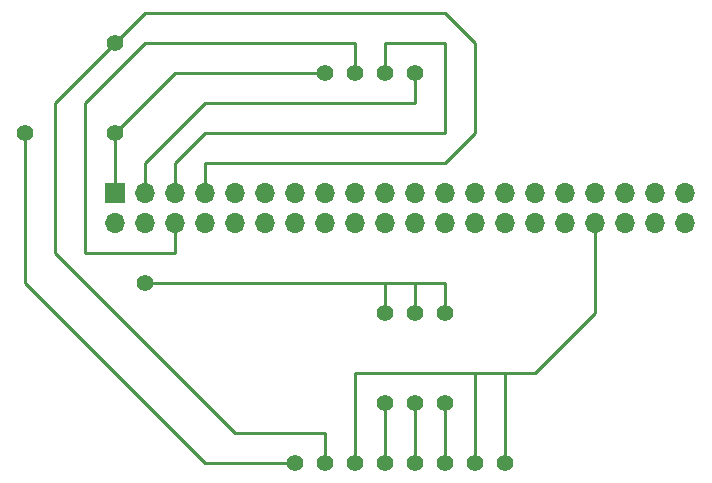
<source format=gbr>
%TF.GenerationSoftware,KiCad,Pcbnew,7.0.7*%
%TF.CreationDate,2023-12-05T07:46:16-07:00*%
%TF.ProjectId,kicad,6b696361-642e-46b6-9963-61645f706362,rev?*%
%TF.SameCoordinates,Original*%
%TF.FileFunction,Copper,L1,Top*%
%TF.FilePolarity,Positive*%
%FSLAX46Y46*%
G04 Gerber Fmt 4.6, Leading zero omitted, Abs format (unit mm)*
G04 Created by KiCad (PCBNEW 7.0.7) date 2023-12-05 07:46:16*
%MOMM*%
%LPD*%
G01*
G04 APERTURE LIST*
%TA.AperFunction,ComponentPad*%
%ADD10C,1.400000*%
%TD*%
%TA.AperFunction,ComponentPad*%
%ADD11R,1.700000X1.700000*%
%TD*%
%TA.AperFunction,ComponentPad*%
%ADD12O,1.700000X1.700000*%
%TD*%
%TA.AperFunction,Conductor*%
%ADD13C,0.248920*%
%TD*%
G04 APERTURE END LIST*
D10*
%TO.P,1,1*%
%TO.N,N/C*%
X134620000Y-119380000D03*
%TD*%
%TO.P,1,1*%
%TO.N,N/C*%
X139700000Y-106680000D03*
%TD*%
%TO.P,1,1*%
%TO.N,N/C*%
X144780000Y-119380000D03*
%TD*%
%TO.P,1,1*%
%TO.N,N/C*%
X109220000Y-91440000D03*
%TD*%
%TO.P,1,1*%
%TO.N,N/C*%
X132080000Y-119380000D03*
%TD*%
%TO.P,1,1*%
%TO.N,N/C*%
X139700000Y-119380000D03*
%TD*%
%TO.P,1,1*%
%TO.N,N/C*%
X147320000Y-119380000D03*
%TD*%
%TO.P,1,1*%
%TO.N,N/C*%
X134620000Y-86360000D03*
%TD*%
%TO.P,1,1*%
%TO.N,N/C*%
X149860000Y-119380000D03*
%TD*%
%TO.P,1,1*%
%TO.N,N/C*%
X144780000Y-106680000D03*
%TD*%
%TO.P,1,1*%
%TO.N,N/C*%
X137160000Y-119380000D03*
%TD*%
%TO.P,4,1*%
%TO.N,N/C*%
X142240000Y-86360000D03*
%TD*%
%TO.P,1,1*%
%TO.N,N/C*%
X142240000Y-106680000D03*
%TD*%
%TO.P,1,1*%
%TO.N,N/C*%
X142240000Y-119380000D03*
%TD*%
%TO.P,1,1*%
%TO.N,N/C*%
X116840000Y-83820000D03*
%TD*%
%TO.P,3,1*%
%TO.N,N/C*%
X139700000Y-86360000D03*
%TD*%
%TO.P,1,1*%
%TO.N,N/C*%
X142240000Y-114300000D03*
%TD*%
%TO.P,1,1*%
%TO.N,N/C*%
X144780000Y-114300000D03*
%TD*%
%TO.P,2,1*%
%TO.N,N/C*%
X137160000Y-86360000D03*
%TD*%
%TO.P,1,1*%
%TO.N,N/C*%
X139700000Y-114300000D03*
%TD*%
%TO.P,1,1*%
%TO.N,N/C*%
X119380000Y-104140000D03*
%TD*%
%TO.P,1,1*%
%TO.N,N/C*%
X116840000Y-91440000D03*
%TD*%
D11*
%TO.P,REF\u002A\u002A,1*%
%TO.N,N/C*%
X116840000Y-96520000D03*
D12*
%TO.P,REF\u002A\u002A,2*%
X116840000Y-99060000D03*
%TO.P,REF\u002A\u002A,3*%
X119380000Y-96520000D03*
%TO.P,REF\u002A\u002A,4*%
X119380000Y-99060000D03*
%TO.P,REF\u002A\u002A,5*%
X121920000Y-96520000D03*
%TO.P,REF\u002A\u002A,6*%
X121920000Y-99060000D03*
%TO.P,REF\u002A\u002A,7*%
X124460000Y-96520000D03*
%TO.P,REF\u002A\u002A,8*%
X124460000Y-99060000D03*
%TO.P,REF\u002A\u002A,9*%
X127000000Y-96520000D03*
%TO.P,REF\u002A\u002A,10*%
X127000000Y-99060000D03*
%TO.P,REF\u002A\u002A,11*%
X129540000Y-96520000D03*
%TO.P,REF\u002A\u002A,12*%
X129540000Y-99060000D03*
%TO.P,REF\u002A\u002A,13*%
X132080000Y-96520000D03*
%TO.P,REF\u002A\u002A,14*%
X132080000Y-99060000D03*
%TO.P,REF\u002A\u002A,15*%
X134620000Y-96520000D03*
%TO.P,REF\u002A\u002A,16*%
X134620000Y-99060000D03*
%TO.P,REF\u002A\u002A,17*%
X137160000Y-96520000D03*
%TO.P,REF\u002A\u002A,18*%
X137160000Y-99060000D03*
%TO.P,REF\u002A\u002A,19*%
X139700000Y-96520000D03*
%TO.P,REF\u002A\u002A,20*%
X139700000Y-99060000D03*
%TO.P,REF\u002A\u002A,21*%
X142240000Y-96520000D03*
%TO.P,REF\u002A\u002A,22*%
X142240000Y-99060000D03*
%TO.P,REF\u002A\u002A,23*%
X144780000Y-96520000D03*
%TO.P,REF\u002A\u002A,24*%
X144780000Y-99060000D03*
%TO.P,REF\u002A\u002A,25*%
X147320000Y-96520000D03*
%TO.P,REF\u002A\u002A,26*%
X147320000Y-99060000D03*
%TO.P,REF\u002A\u002A,27*%
X149860000Y-96520000D03*
%TO.P,REF\u002A\u002A,28*%
X149860000Y-99060000D03*
%TO.P,REF\u002A\u002A,29*%
X152400000Y-96520000D03*
%TO.P,REF\u002A\u002A,30*%
X152400000Y-99060000D03*
%TO.P,REF\u002A\u002A,31*%
X154940000Y-96520000D03*
%TO.P,REF\u002A\u002A,32*%
X154940000Y-99060000D03*
%TO.P,REF\u002A\u002A,33*%
X157480000Y-96520000D03*
%TO.P,REF\u002A\u002A,34*%
X157480000Y-99060000D03*
%TO.P,REF\u002A\u002A,35*%
X160020000Y-96520000D03*
%TO.P,REF\u002A\u002A,36*%
X160020000Y-99060000D03*
%TO.P,REF\u002A\u002A,37*%
X162560000Y-96520000D03*
%TO.P,REF\u002A\u002A,38*%
X162560000Y-99060000D03*
%TO.P,REF\u002A\u002A,39*%
X165100000Y-96520000D03*
%TO.P,REF\u002A\u002A,40*%
X165100000Y-99060000D03*
%TD*%
D13*
%TO.N,*%
X139700000Y-104140000D02*
X139700000Y-106680000D01*
X121920000Y-96520000D02*
X121920000Y-93980000D01*
X109220000Y-91440000D02*
X109220000Y-104140000D01*
X116840000Y-83820000D02*
X111760000Y-88900000D01*
X116840000Y-91440000D02*
X121920000Y-86360000D01*
X144780000Y-114300000D02*
X144780000Y-119380000D01*
X111760000Y-88900000D02*
X111760000Y-101600000D01*
X142240000Y-114300000D02*
X142240000Y-119380000D01*
X149860000Y-111760000D02*
X149860000Y-119380000D01*
X119380000Y-81280000D02*
X116840000Y-83820000D01*
X142240000Y-104140000D02*
X142240000Y-106680000D01*
X134620000Y-116840000D02*
X134620000Y-119380000D01*
X114300000Y-91440000D02*
X114300000Y-88900000D01*
X114300000Y-88900000D02*
X119380000Y-83820000D01*
X147320000Y-111760000D02*
X137160000Y-111760000D01*
X139700000Y-83820000D02*
X139700000Y-86360000D01*
X137160000Y-83820000D02*
X137160000Y-86360000D01*
X147320000Y-91440000D02*
X147320000Y-83820000D01*
X121920000Y-93980000D02*
X124460000Y-91440000D01*
X144780000Y-93980000D02*
X147320000Y-91440000D01*
X124460000Y-93980000D02*
X144780000Y-93980000D01*
X147320000Y-111760000D02*
X147320000Y-119380000D01*
X144780000Y-83820000D02*
X139700000Y-83820000D01*
X119380000Y-83820000D02*
X137160000Y-83820000D01*
X121920000Y-86360000D02*
X134620000Y-86360000D01*
X147320000Y-83820000D02*
X144780000Y-81280000D01*
X152400000Y-111760000D02*
X149860000Y-111760000D01*
X124460000Y-119380000D02*
X132080000Y-119380000D01*
X121920000Y-99060000D02*
X121920000Y-101600000D01*
X111760000Y-101600000D02*
X127000000Y-116840000D01*
X119380000Y-96520000D02*
X119380000Y-93980000D01*
X144780000Y-91440000D02*
X144780000Y-83820000D01*
X142240000Y-104140000D02*
X144780000Y-104140000D01*
X121920000Y-101600000D02*
X114300000Y-101600000D01*
X127000000Y-116840000D02*
X134620000Y-116840000D01*
X139700000Y-114300000D02*
X139700000Y-119380000D01*
X139700000Y-104140000D02*
X142240000Y-104140000D01*
X124460000Y-88900000D02*
X142240000Y-88900000D01*
X144780000Y-81280000D02*
X119380000Y-81280000D01*
X149860000Y-111760000D02*
X147320000Y-111760000D01*
X157480000Y-99060000D02*
X157480000Y-106680000D01*
X119380000Y-93980000D02*
X124460000Y-88900000D01*
X124460000Y-96520000D02*
X124460000Y-93980000D01*
X157480000Y-106680000D02*
X152400000Y-111760000D01*
X119380000Y-104140000D02*
X139700000Y-104140000D01*
X137160000Y-111760000D02*
X137160000Y-119380000D01*
X142240000Y-88900000D02*
X142240000Y-86360000D01*
X124460000Y-91440000D02*
X144780000Y-91440000D01*
X116840000Y-96520000D02*
X116840000Y-91440000D01*
X109220000Y-104140000D02*
X124460000Y-119380000D01*
X114300000Y-101600000D02*
X114300000Y-91440000D01*
X144780000Y-104140000D02*
X144780000Y-106680000D01*
%TD*%
M02*

</source>
